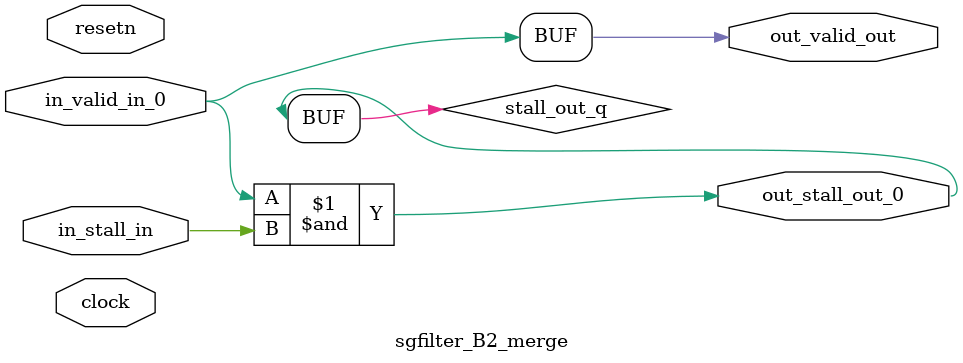
<source format=sv>



(* altera_attribute = "-name AUTO_SHIFT_REGISTER_RECOGNITION OFF; -name MESSAGE_DISABLE 10036; -name MESSAGE_DISABLE 10037; -name MESSAGE_DISABLE 14130; -name MESSAGE_DISABLE 14320; -name MESSAGE_DISABLE 15400; -name MESSAGE_DISABLE 14130; -name MESSAGE_DISABLE 10036; -name MESSAGE_DISABLE 12020; -name MESSAGE_DISABLE 12030; -name MESSAGE_DISABLE 12010; -name MESSAGE_DISABLE 12110; -name MESSAGE_DISABLE 14320; -name MESSAGE_DISABLE 13410; -name MESSAGE_DISABLE 113007; -name MESSAGE_DISABLE 10958" *)
module sgfilter_B2_merge (
    input wire [0:0] in_stall_in,
    input wire [0:0] in_valid_in_0,
    output wire [0:0] out_stall_out_0,
    output wire [0:0] out_valid_out,
    input wire clock,
    input wire resetn
    );

    wire [0:0] stall_out_q;


    // stall_out(LOGICAL,6)
    assign stall_out_q = in_valid_in_0 & in_stall_in;

    // out_stall_out_0(GPOUT,4)
    assign out_stall_out_0 = stall_out_q;

    // out_valid_out(GPOUT,5)
    assign out_valid_out = in_valid_in_0;

endmodule

</source>
